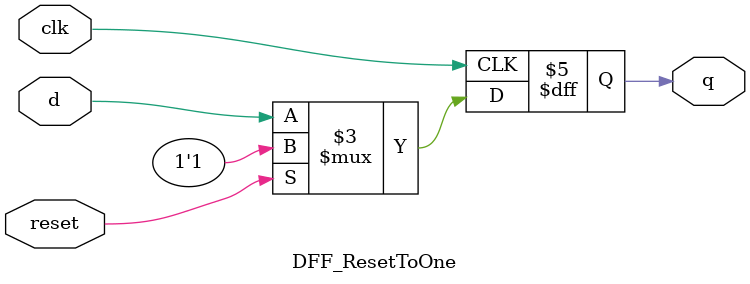
<source format=sv>
`timescale 1ps/1ps
module DFF_ResetToOne (q, d, reset, clk);   output reg q; 
  input d, reset, clk; 
 
  always_ff @(posedge clk) 
  if (reset) 
    q <= 1;  // On reset, set to 1 
  else 
    q <= d; // Otherwise out = d 
endmodule 
</source>
